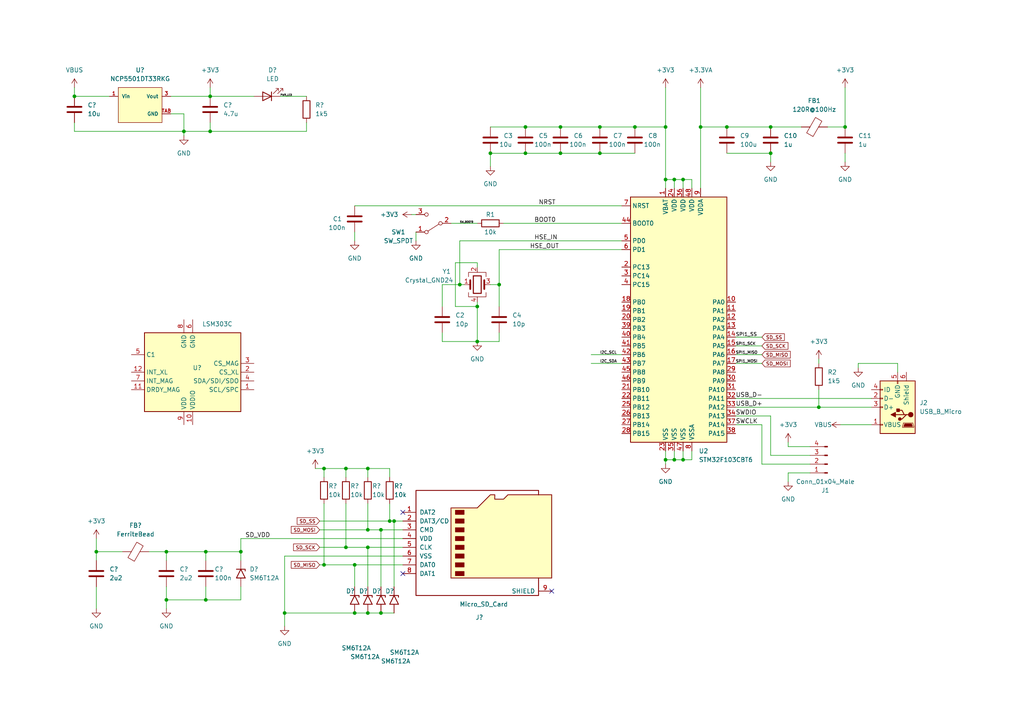
<source format=kicad_sch>
(kicad_sch (version 20211123) (generator eeschema)
  (paper "A4")
  (lib_symbols
    (symbol "3.3V_LDO_NCP5501DT33RKG:NCP5501DT33RKG" (pin_names (offset 1.016))
      (property "Reference" "U" (at 0 5.08 0))
      (property "Value" "NCP5501DT33RKG" (at 0 7.62 0))
      (symbol "NCP5501DT33RKG_1_1"
        (rectangle (start 5.08 2.54) (end 17.78 -7.62) (fill (type background)))
        (pin unspecified line (at 2.54 0 0) (length 2.54) (name "Vin") (number "1"))
        (pin unspecified line (at 20.32 0 180) (length 2.54) (name "Vout") (number "3"))
        (pin unspecified line (at 20.32 -5.08 180) (length 2.54) (name "GND") (number "TAB"))
      )
    )
    (symbol "Connector:Conn_01x04_Male" (pin_names (offset 1.016) hide)
      (property "Reference" "J" (at 0 5.08 0))
      (property "Value" "Conn_01x04_Male" (at 0 -7.62 0))
      (symbol "Conn_01x04_Male_1_1"
        (polyline (pts (xy 1.27 -5.08) (xy 0.8636 -5.08)) (stroke (width 0.1524)))
        (polyline (pts (xy 1.27 -2.54) (xy 0.8636 -2.54)) (stroke (width 0.1524)))
        (polyline (pts (xy 1.27 0) (xy 0.8636 0)) (stroke (width 0.1524)))
        (polyline (pts (xy 1.27 2.54) (xy 0.8636 2.54)) (stroke (width 0.1524)))
        (rectangle (start 0.8636 -4.953) (end 0 -5.207) (stroke (width 0.1524)) (fill (type outline)))
        (rectangle (start 0.8636 -2.413) (end 0 -2.667) (stroke (width 0.1524)) (fill (type outline)))
        (rectangle (start 0.8636 0.127) (end 0 -0.127) (stroke (width 0.1524)) (fill (type outline)))
        (rectangle (start 0.8636 2.667) (end 0 2.413) (stroke (width 0.1524)) (fill (type outline)))
        (pin passive line (at 5.08 2.54 180) (length 3.81) (name "Pin_1") (number "1"))
        (pin passive line (at 5.08 0 180) (length 3.81) (name "Pin_2") (number "2"))
        (pin passive line (at 5.08 -2.54 180) (length 3.81) (name "Pin_3") (number "3"))
        (pin passive line (at 5.08 -5.08 180) (length 3.81) (name "Pin_4") (number "4"))
      )
    )
    (symbol "Connector:Micro_SD_Card" (pin_names (offset 1.016))
      (property "Reference" "J" (at -16.51 15.24 0))
      (property "Value" "Micro_SD_Card" (at 16.51 15.24 0))
      (symbol "Micro_SD_Card_0_1"
        (rectangle (start -7.62 -9.525) (end -5.08 -10.795) (fill (type outline)))
        (rectangle (start -7.62 -6.985) (end -5.08 -8.255) (fill (type outline)))
        (rectangle (start -7.62 -4.445) (end -5.08 -5.715) (fill (type outline)))
        (rectangle (start -7.62 -1.905) (end -5.08 -3.175) (fill (type outline)))
        (rectangle (start -7.62 0.635) (end -5.08 -0.635) (fill (type outline)))
        (rectangle (start -7.62 3.175) (end -5.08 1.905) (fill (type outline)))
        (rectangle (start -7.62 5.715) (end -5.08 4.445) (fill (type outline)))
        (rectangle (start -7.62 8.255) (end -5.08 6.985) (fill (type outline)))
        (polyline (pts (xy 16.51 12.7) (xy 16.51 13.97) (xy -19.05 13.97) (xy -19.05 -16.51) (xy 16.51 -16.51) (xy 16.51 -11.43)) (stroke (width 0.254)))
        (polyline (pts (xy -8.89 -11.43) (xy -8.89 8.89) (xy -1.27 8.89) (xy 2.54 12.7) (xy 3.81 12.7) (xy 3.81 11.43) (xy 6.35 11.43) (xy 7.62 12.7) (xy 20.32 12.7) (xy 20.32 -11.43) (xy -8.89 -11.43)) (stroke (width 0.254)) (fill (type background)))
      )
      (symbol "Micro_SD_Card_1_1"
        (pin bidirectional line (at -22.86 7.62 0) (length 3.81) (name "DAT2") (number "1"))
        (pin bidirectional line (at -22.86 5.08 0) (length 3.81) (name "DAT3/CD") (number "2"))
        (pin input line (at -22.86 2.54 0) (length 3.81) (name "CMD") (number "3"))
        (pin power_in line (at -22.86 0 0) (length 3.81) (name "VDD") (number "4"))
        (pin input line (at -22.86 -2.54 0) (length 3.81) (name "CLK") (number "5"))
        (pin power_in line (at -22.86 -5.08 0) (length 3.81) (name "VSS") (number "6"))
        (pin bidirectional line (at -22.86 -7.62 0) (length 3.81) (name "DAT0") (number "7"))
        (pin bidirectional line (at -22.86 -10.16 0) (length 3.81) (name "DAT1") (number "8"))
        (pin passive line (at 20.32 -15.24 180) (length 3.81) (name "SHIELD") (number "9"))
      )
    )
    (symbol "Connector:USB_B_Micro" (pin_names (offset 1.016))
      (property "Reference" "J" (at -5.08 11.43 0))
      (property "Value" "USB_B_Micro" (at -5.08 8.89 0))
      (symbol "USB_B_Micro_0_1"
        (rectangle (start -5.08 -7.62) (end 5.08 7.62) (stroke (width 0.254)) (fill (type background)))
        (circle (center -3.81 2.159) (radius 0.635) (stroke (width 0.254)) (fill (type outline)))
        (circle (center -0.635 3.429) (radius 0.381) (stroke (width 0.254)) (fill (type outline)))
        (rectangle (start -0.127 -7.62) (end 0.127 -6.858))
        (polyline (pts (xy -1.905 2.159) (xy 0.635 2.159)) (stroke (width 0.254)))
        (polyline (pts (xy -3.175 2.159) (xy -2.54 2.159) (xy -1.27 3.429) (xy -0.635 3.429)) (stroke (width 0.254)))
        (polyline (pts (xy -2.54 2.159) (xy -1.905 2.159) (xy -1.27 0.889) (xy 0 0.889)) (stroke (width 0.254)))
        (polyline (pts (xy 0.635 2.794) (xy 0.635 1.524) (xy 1.905 2.159) (xy 0.635 2.794)) (stroke (width 0.254)) (fill (type outline)))
        (polyline (pts (xy -4.318 5.588) (xy -1.778 5.588) (xy -2.032 4.826) (xy -4.064 4.826) (xy -4.318 5.588)) (fill (type outline)))
        (polyline (pts (xy -4.699 5.842) (xy -4.699 5.588) (xy -4.445 4.826) (xy -4.445 4.572) (xy -1.651 4.572) (xy -1.651 4.826) (xy -1.397 5.588) (xy -1.397 5.842) (xy -4.699 5.842)))
        (rectangle (start 0.254 1.27) (end -0.508 0.508) (stroke (width 0.254)) (fill (type outline)))
        (rectangle (start 5.08 -5.207) (end 4.318 -4.953))
        (rectangle (start 5.08 -2.667) (end 4.318 -2.413))
        (rectangle (start 5.08 -0.127) (end 4.318 0.127))
        (rectangle (start 5.08 4.953) (end 4.318 5.207))
      )
      (symbol "USB_B_Micro_1_1"
        (pin power_out line (at 7.62 5.08 180) (length 2.54) (name "VBUS") (number "1"))
        (pin bidirectional line (at 7.62 -2.54 180) (length 2.54) (name "D-") (number "2"))
        (pin bidirectional line (at 7.62 0 180) (length 2.54) (name "D+") (number "3"))
        (pin passive line (at 7.62 -5.08 180) (length 2.54) (name "ID") (number "4"))
        (pin power_out line (at 0 -10.16 90) (length 2.54) (name "GND") (number "5"))
        (pin passive line (at -2.54 -10.16 90) (length 2.54) (name "Shield") (number "6"))
      )
    )
    (symbol "Device:C" (pin_numbers hide) (pin_names (offset 0.254))
      (property "Reference" "C" (at 0.635 2.54 0))
      (property "Value" "C" (at 0.635 -2.54 0))
      (symbol "C_0_1"
        (polyline (pts (xy -2.032 -0.762) (xy 2.032 -0.762)) (stroke (width 0.508)))
        (polyline (pts (xy -2.032 0.762) (xy 2.032 0.762)) (stroke (width 0.508)))
      )
      (symbol "C_1_1"
        (pin passive line (at 0 3.81 270) (length 2.794) (name "~") (number "1"))
        (pin passive line (at 0 -3.81 90) (length 2.794) (name "~") (number "2"))
      )
    )
    (symbol "Device:Crystal_GND24" (pin_names (offset 1.016) hide)
      (property "Reference" "Y" (at 3.175 5.08 0))
      (property "Value" "Crystal_GND24" (at 3.175 3.175 0))
      (symbol "Crystal_GND24_0_1"
        (rectangle (start -1.143 2.54) (end 1.143 -2.54) (stroke (width 0.3048)))
        (polyline (pts (xy -2.54 0) (xy -2.032 0)))
        (polyline (pts (xy -2.032 -1.27) (xy -2.032 1.27)) (stroke (width 0.508)))
        (polyline (pts (xy 0 -3.81) (xy 0 -3.556)))
        (polyline (pts (xy 0 3.556) (xy 0 3.81)))
        (polyline (pts (xy 2.032 -1.27) (xy 2.032 1.27)) (stroke (width 0.508)))
        (polyline (pts (xy 2.032 0) (xy 2.54 0)))
        (polyline (pts (xy -2.54 -2.286) (xy -2.54 -3.556) (xy 2.54 -3.556) (xy 2.54 -2.286)))
        (polyline (pts (xy -2.54 2.286) (xy -2.54 3.556) (xy 2.54 3.556) (xy 2.54 2.286)))
      )
      (symbol "Crystal_GND24_1_1"
        (pin passive line (at -3.81 0 0) (length 1.27) (name "1") (number "1"))
        (pin passive line (at 0 5.08 270) (length 1.27) (name "2") (number "2"))
        (pin passive line (at 3.81 0 180) (length 1.27) (name "3") (number "3"))
        (pin passive line (at 0 -5.08 90) (length 1.27) (name "4") (number "4"))
      )
    )
    (symbol "Device:FerriteBead" (pin_numbers hide) (pin_names (offset 0))
      (property "Reference" "FB" (at -3.81 0.635 90))
      (property "Value" "FerriteBead" (at 3.81 0 90))
      (symbol "FerriteBead_0_1"
        (polyline (pts (xy 0 -1.27) (xy 0 -1.2192)))
        (polyline (pts (xy 0 1.27) (xy 0 1.2954)))
        (polyline (pts (xy -2.7686 0.4064) (xy -1.7018 2.2606) (xy 2.7686 -0.3048) (xy 1.6764 -2.159) (xy -2.7686 0.4064)))
      )
      (symbol "FerriteBead_1_1"
        (pin passive line (at 0 3.81 270) (length 2.54) (name "~") (number "1"))
        (pin passive line (at 0 -3.81 90) (length 2.54) (name "~") (number "2"))
      )
    )
    (symbol "Device:LED" (pin_numbers hide) (pin_names (offset 1.016) hide)
      (property "Reference" "D" (at 0 2.54 0))
      (property "Value" "LED" (at 0 -2.54 0))
      (symbol "LED_0_1"
        (polyline (pts (xy -1.27 -1.27) (xy -1.27 1.27)) (stroke (width 0.254)))
        (polyline (pts (xy -1.27 0) (xy 1.27 0)))
        (polyline (pts (xy 1.27 -1.27) (xy 1.27 1.27) (xy -1.27 0) (xy 1.27 -1.27)) (stroke (width 0.254)))
        (polyline (pts (xy -3.048 -0.762) (xy -4.572 -2.286) (xy -3.81 -2.286) (xy -4.572 -2.286) (xy -4.572 -1.524)))
        (polyline (pts (xy -1.778 -0.762) (xy -3.302 -2.286) (xy -2.54 -2.286) (xy -3.302 -2.286) (xy -3.302 -1.524)))
      )
      (symbol "LED_1_1"
        (pin passive line (at -3.81 0 0) (length 2.54) (name "K") (number "1"))
        (pin passive line (at 3.81 0 180) (length 2.54) (name "A") (number "2"))
      )
    )
    (symbol "Device:R" (pin_numbers hide) (pin_names (offset 0))
      (property "Reference" "R" (at 2.032 0 90))
      (property "Value" "R" (at 0 0 90))
      (symbol "R_0_1"
        (rectangle (start -1.016 -2.54) (end 1.016 2.54) (stroke (width 0.254)))
      )
      (symbol "R_1_1"
        (pin passive line (at 0 3.81 270) (length 1.27) (name "~") (number "1"))
        (pin passive line (at 0 -3.81 90) (length 1.27) (name "~") (number "2"))
      )
    )
    (symbol "Diode:SM6T12A" (pin_numbers hide) (pin_names (offset 1.016) hide)
      (property "Reference" "D" (at 0 2.54 0))
      (property "Value" "SM6T12A" (at 0 -2.54 0))
      (symbol "SM6T12A_0_1"
        (polyline (pts (xy -0.762 1.27) (xy -1.27 1.27) (xy -1.27 -1.27)) (stroke (width 0.254)))
        (polyline (pts (xy 1.27 1.27) (xy 1.27 -1.27) (xy -1.27 0) (xy 1.27 1.27)) (stroke (width 0.254)))
      )
      (symbol "SM6T12A_1_1"
        (pin passive line (at -3.81 0 0) (length 2.54) (name "A1") (number "1"))
        (pin passive line (at 3.81 0 180) (length 2.54) (name "A2") (number "2"))
      )
    )
    (symbol "MCU_ST_STM32F1:STM32F103CBTx"
      (property "Reference" "U" (at -15.24 36.83 0))
      (property "Value" "STM32F103CBTx" (at 7.62 36.83 0))
      (symbol "STM32F103CBTx_0_1"
        (rectangle (start -15.24 -35.56) (end 12.7 35.56) (stroke (width 0.254)) (fill (type background)))
      )
      (symbol "STM32F103CBTx_1_1"
        (pin power_in line (at -5.08 38.1 270) (length 2.54) (name "VBAT") (number "1"))
        (pin bidirectional line (at 15.24 5.08 180) (length 2.54) (name "PA0") (number "10"))
        (pin bidirectional line (at 15.24 2.54 180) (length 2.54) (name "PA1") (number "11"))
        (pin bidirectional line (at 15.24 0 180) (length 2.54) (name "PA2") (number "12"))
        (pin bidirectional line (at 15.24 -2.54 180) (length 2.54) (name "PA3") (number "13"))
        (pin bidirectional line (at 15.24 -5.08 180) (length 2.54) (name "PA4") (number "14"))
        (pin bidirectional line (at 15.24 -7.62 180) (length 2.54) (name "PA5") (number "15"))
        (pin bidirectional line (at 15.24 -10.16 180) (length 2.54) (name "PA6") (number "16"))
        (pin bidirectional line (at 15.24 -12.7 180) (length 2.54) (name "PA7") (number "17"))
        (pin bidirectional line (at -17.78 5.08 0) (length 2.54) (name "PB0") (number "18"))
        (pin bidirectional line (at -17.78 2.54 0) (length 2.54) (name "PB1") (number "19"))
        (pin bidirectional line (at -17.78 15.24 0) (length 2.54) (name "PC13") (number "2"))
        (pin bidirectional line (at -17.78 0 0) (length 2.54) (name "PB2") (number "20"))
        (pin bidirectional line (at -17.78 -20.32 0) (length 2.54) (name "PB10") (number "21"))
        (pin bidirectional line (at -17.78 -22.86 0) (length 2.54) (name "PB11") (number "22"))
        (pin power_in line (at -5.08 -38.1 90) (length 2.54) (name "VSS") (number "23"))
        (pin power_in line (at -2.54 38.1 270) (length 2.54) (name "VDD") (number "24"))
        (pin bidirectional line (at -17.78 -25.4 0) (length 2.54) (name "PB12") (number "25"))
        (pin bidirectional line (at -17.78 -27.94 0) (length 2.54) (name "PB13") (number "26"))
        (pin bidirectional line (at -17.78 -30.48 0) (length 2.54) (name "PB14") (number "27"))
        (pin bidirectional line (at -17.78 -33.02 0) (length 2.54) (name "PB15") (number "28"))
        (pin bidirectional line (at 15.24 -15.24 180) (length 2.54) (name "PA8") (number "29"))
        (pin bidirectional line (at -17.78 12.7 0) (length 2.54) (name "PC14") (number "3"))
        (pin bidirectional line (at 15.24 -17.78 180) (length 2.54) (name "PA9") (number "30"))
        (pin bidirectional line (at 15.24 -20.32 180) (length 2.54) (name "PA10") (number "31"))
        (pin bidirectional line (at 15.24 -22.86 180) (length 2.54) (name "PA11") (number "32"))
        (pin bidirectional line (at 15.24 -25.4 180) (length 2.54) (name "PA12") (number "33"))
        (pin bidirectional line (at 15.24 -27.94 180) (length 2.54) (name "PA13") (number "34"))
        (pin power_in line (at -2.54 -38.1 90) (length 2.54) (name "VSS") (number "35"))
        (pin power_in line (at 0 38.1 270) (length 2.54) (name "VDD") (number "36"))
        (pin bidirectional line (at 15.24 -30.48 180) (length 2.54) (name "PA14") (number "37"))
        (pin bidirectional line (at 15.24 -33.02 180) (length 2.54) (name "PA15") (number "38"))
        (pin bidirectional line (at -17.78 -2.54 0) (length 2.54) (name "PB3") (number "39"))
        (pin bidirectional line (at -17.78 10.16 0) (length 2.54) (name "PC15") (number "4"))
        (pin bidirectional line (at -17.78 -5.08 0) (length 2.54) (name "PB4") (number "40"))
        (pin bidirectional line (at -17.78 -7.62 0) (length 2.54) (name "PB5") (number "41"))
        (pin bidirectional line (at -17.78 -10.16 0) (length 2.54) (name "PB6") (number "42"))
        (pin bidirectional line (at -17.78 -12.7 0) (length 2.54) (name "PB7") (number "43"))
        (pin input line (at -17.78 27.94 0) (length 2.54) (name "BOOT0") (number "44"))
        (pin bidirectional line (at -17.78 -15.24 0) (length 2.54) (name "PB8") (number "45"))
        (pin bidirectional line (at -17.78 -17.78 0) (length 2.54) (name "PB9") (number "46"))
        (pin power_in line (at 0 -38.1 90) (length 2.54) (name "VSS") (number "47"))
        (pin power_in line (at 2.54 38.1 270) (length 2.54) (name "VDD") (number "48"))
        (pin input line (at -17.78 22.86 0) (length 2.54) (name "PD0") (number "5"))
        (pin input line (at -17.78 20.32 0) (length 2.54) (name "PD1") (number "6"))
        (pin input line (at -17.78 33.02 0) (length 2.54) (name "NRST") (number "7"))
        (pin power_in line (at 2.54 -38.1 90) (length 2.54) (name "VSSA") (number "8"))
        (pin power_in line (at 5.08 38.1 270) (length 2.54) (name "VDDA") (number "9"))
      )
    )
    (symbol "Sensor_Motion:LSM303C"
      (property "Reference" "U" (at -11.43 15.24 0))
      (property "Value" "LSM303C" (at -5.08 13.97 0))
      (symbol "LSM303C_0_1"
        (rectangle (start 13.97 11.43) (end -13.97 -11.43) (stroke (width 0.254)) (fill (type background)))
      )
      (symbol "LSM303C_1_1"
        (pin output line (at -17.78 5.08 0) (length 3.81) (name "SCL/SPC") (number "1"))
        (pin power_in line (at 0 15.24 270) (length 3.81) (name "VDDIO") (number "10"))
        (pin output line (at 17.78 5.08 180) (length 3.81) (name "DRDY_MAG") (number "11"))
        (pin output line (at 17.78 0 180) (length 3.81) (name "INT_XL") (number "12"))
        (pin input line (at -17.78 0 0) (length 3.81) (name "CS_XL") (number "2"))
        (pin input line (at -17.78 -2.54 0) (length 3.81) (name "CS_MAG") (number "3"))
        (pin bidirectional line (at -17.78 2.54 0) (length 3.81) (name "SDA/SDI/SDO") (number "4"))
        (pin passive line (at 17.78 -5.08 180) (length 3.81) (name "C1") (number "5"))
        (pin power_in line (at 0 -15.24 90) (length 3.81) (name "GND") (number "6"))
        (pin output line (at 17.78 2.54 180) (length 3.81) (name "INT_MAG") (number "7"))
        (pin power_in line (at 2.54 -15.24 90) (length 3.81) (name "GND") (number "8"))
        (pin power_in line (at 2.54 15.24 270) (length 3.81) (name "VDD") (number "9"))
      )
    )
    (symbol "Switch:SW_SPDT" (pin_names (offset 0) hide)
      (property "Reference" "SW" (at 0 4.318 0))
      (property "Value" "SW_SPDT" (at 0 -5.08 0))
      (symbol "SW_SPDT_0_0"
        (circle (center -2.032 0) (radius 0.508))
        (circle (center 2.032 -2.54) (radius 0.508))
      )
      (symbol "SW_SPDT_0_1"
        (polyline (pts (xy -1.524 0.254) (xy 1.651 2.286)))
        (circle (center 2.032 2.54) (radius 0.508))
      )
      (symbol "SW_SPDT_1_1"
        (pin passive line (at 5.08 2.54 180) (length 2.54) (name "A") (number "1"))
        (pin passive line (at -5.08 0 0) (length 2.54) (name "B") (number "2"))
        (pin passive line (at 5.08 -2.54 180) (length 2.54) (name "C") (number "3"))
      )
    )
    (symbol "power:+3.3V" (power) (pin_names (offset 0))
      (property "Value" "+3.3V" (at 0 3.556 0))
      (symbol "+3.3V_0_1"
        (polyline (pts (xy -0.762 1.27) (xy 0 2.54)))
        (polyline (pts (xy 0 0) (xy 0 2.54)))
        (polyline (pts (xy 0 2.54) (xy 0.762 1.27)))
      )
      (symbol "+3.3V_1_1"
        (pin power_in line (at 0 0 90) (length 0) hide (name "+3V3") (number "1"))
      )
    )
    (symbol "power:+3.3VA" (power) (pin_names (offset 0))
      (property "Value" "+3.3VA" (at 0 3.556 0))
      (symbol "+3.3VA_0_1"
        (polyline (pts (xy -0.762 1.27) (xy 0 2.54)))
        (polyline (pts (xy 0 0) (xy 0 2.54)))
        (polyline (pts (xy 0 2.54) (xy 0.762 1.27)))
      )
      (symbol "+3.3VA_1_1"
        (pin power_in line (at 0 0 90) (length 0) hide (name "+3.3VA") (number "1"))
      )
    )
    (symbol "power:GND" (power) (pin_names (offset 0))
      (property "Value" "GND" (at 0 -3.81 0))
      (symbol "GND_0_1"
        (polyline (pts (xy 0 0) (xy 0 -1.27) (xy 1.27 -1.27) (xy 0 -2.54) (xy -1.27 -1.27) (xy 0 -1.27)))
      )
      (symbol "GND_1_1"
        (pin power_in line (at 0 0 270) (length 0) hide (name "GND") (number "1"))
      )
    )
    (symbol "power:VBUS" (power) (pin_names (offset 0))
      (property "Value" "VBUS" (at 0 3.81 0))
      (symbol "VBUS_0_1"
        (polyline (pts (xy -0.762 1.27) (xy 0 2.54)))
        (polyline (pts (xy 0 0) (xy 0 2.54)))
        (polyline (pts (xy 0 2.54) (xy 0.762 1.27)))
      )
      (symbol "VBUS_1_1"
        (pin power_in line (at 0 0 90) (length 0) hide (name "VBUS") (number "1"))
      )
    )
  )
  (junction (at 27.94 160.02))
  (junction (at 237.49 118.11))
  (junction (at 203.2 36.83))
  (junction (at 195.58 52.07))
  (junction (at 142.24 44.45))
  (junction (at 138.43 99.06))
  (junction (at 60.96 38.1))
  (junction (at 223.52 44.45))
  (junction (at 152.4 44.45))
  (junction (at 48.26 173.99))
  (junction (at 184.15 36.83))
  (junction (at 60.96 27.94))
  (junction (at 144.78 82.55))
  (junction (at 82.55 177.8))
  (junction (at 100.33 158.75))
  (junction (at 48.26 160.02))
  (junction (at 114.3 151.13))
  (junction (at 210.82 36.83))
  (junction (at 195.58 133.35))
  (junction (at 113.03 151.13))
  (junction (at 245.11 36.83))
  (junction (at 138.43 88.9))
  (junction (at 198.12 52.07))
  (junction (at 102.87 163.83))
  (junction (at 162.56 36.83))
  (junction (at 59.69 173.99))
  (junction (at 223.52 36.83))
  (junction (at 193.04 133.35))
  (junction (at 110.49 153.67))
  (junction (at 53.34 38.1))
  (junction (at 152.4 36.83))
  (junction (at 59.69 160.02))
  (junction (at 21.59 27.94))
  (junction (at 193.04 52.07))
  (junction (at 173.99 44.45))
  (junction (at 93.98 135.89))
  (junction (at 133.35 82.55))
  (junction (at 106.68 158.75))
  (junction (at 93.98 163.83))
  (junction (at 106.68 177.8))
  (junction (at 106.68 153.67))
  (junction (at 69.85 160.02))
  (junction (at 193.04 36.83))
  (junction (at 173.99 36.83))
  (junction (at 106.68 135.89))
  (junction (at 162.56 44.45))
  (junction (at 102.87 177.8))
  (junction (at 100.33 135.89))
  (junction (at 110.49 177.8))
  (junction (at 198.12 133.35))
  (no_connect (at 160.02 171.45))
  (no_connect (at 116.84 166.37))
  (no_connect (at 116.84 148.59))
  (wire (pts (xy 144.78 88.9) (xy 144.78 82.55)))
  (wire (pts (xy 138.43 88.9) (xy 138.43 87.63)))
  (wire (pts (xy 120.65 62.23) (xy 119.38 62.23)))
  (wire (pts (xy 69.85 160.02) (xy 69.85 156.21)))
  (wire (pts (xy 220.98 134.62) (xy 220.98 123.19)))
  (wire (pts (xy 21.59 35.56) (xy 21.59 38.1)))
  (wire (pts (xy 110.49 153.67) (xy 116.84 153.67)))
  (wire (pts (xy 162.56 36.83) (xy 173.99 36.83)))
  (wire (pts (xy 93.98 135.89) (xy 93.98 138.43)))
  (wire (pts (xy 184.15 36.83) (xy 193.04 36.83)))
  (wire (pts (xy 223.52 36.83) (xy 232.41 36.83)))
  (wire (pts (xy 173.99 44.45) (xy 184.15 44.45)))
  (wire (pts (xy 142.24 82.55) (xy 144.78 82.55)))
  (wire (pts (xy 113.03 151.13) (xy 114.3 151.13)))
  (wire (pts (xy 210.82 36.83) (xy 223.52 36.83)))
  (wire (pts (xy 213.36 100.33) (xy 220.98 100.33)))
  (wire (pts (xy 138.43 88.9) (xy 138.43 99.06)))
  (wire (pts (xy 102.87 163.83) (xy 116.84 163.83)))
  (wire (pts (xy 133.35 69.85) (xy 180.34 69.85)))
  (wire (pts (xy 173.99 36.83) (xy 184.15 36.83)))
  (wire (pts (xy 152.4 36.83) (xy 162.56 36.83)))
  (wire (pts (xy 81.28 27.94) (xy 88.9 27.94)))
  (wire (pts (xy 193.04 52.07) (xy 193.04 54.61)))
  (wire (pts (xy 88.9 38.1) (xy 60.96 38.1)))
  (wire (pts (xy 243.84 123.19) (xy 252.73 123.19)))
  (wire (pts (xy 228.6 139.7) (xy 228.6 137.16)))
  (wire (pts (xy 228.6 137.16) (xy 234.95 137.16)))
  (wire (pts (xy 43.18 160.02) (xy 48.26 160.02)))
  (wire (pts (xy 48.26 160.02) (xy 59.69 160.02)))
  (wire (pts (xy 198.12 130.81) (xy 198.12 133.35)))
  (wire (pts (xy 213.36 97.79) (xy 220.98 97.79)))
  (wire (pts (xy 59.69 160.02) (xy 59.69 162.56)))
  (wire (pts (xy 195.58 133.35) (xy 193.04 133.35)))
  (wire (pts (xy 92.71 163.83) (xy 93.98 163.83)))
  (wire (pts (xy 59.69 170.18) (xy 59.69 173.99)))
  (wire (pts (xy 234.95 134.62) (xy 220.98 134.62)))
  (wire (pts (xy 53.34 38.1) (xy 60.96 38.1)))
  (wire (pts (xy 106.68 170.18) (xy 106.68 158.75)))
  (wire (pts (xy 69.85 160.02) (xy 69.85 162.56)))
  (wire (pts (xy 128.27 99.06) (xy 138.43 99.06)))
  (wire (pts (xy 27.94 160.02) (xy 27.94 162.56)))
  (wire (pts (xy 59.69 160.02) (xy 69.85 160.02)))
  (wire (pts (xy 213.36 118.11) (xy 237.49 118.11)))
  (wire (pts (xy 69.85 173.99) (xy 59.69 173.99)))
  (wire (pts (xy 100.33 135.89) (xy 100.33 138.43)))
  (wire (pts (xy 152.4 44.45) (xy 162.56 44.45)))
  (wire (pts (xy 198.12 133.35) (xy 195.58 133.35)))
  (wire (pts (xy 128.27 99.06) (xy 128.27 96.52)))
  (wire (pts (xy 106.68 135.89) (xy 106.68 138.43)))
  (wire (pts (xy 120.65 67.31) (xy 120.65 69.85)))
  (wire (pts (xy 106.68 177.8) (xy 110.49 177.8)))
  (wire (pts (xy 132.08 76.2) (xy 132.08 88.9)))
  (wire (pts (xy 203.2 25.4) (xy 203.2 36.83)))
  (wire (pts (xy 213.36 105.41) (xy 220.98 105.41)))
  (wire (pts (xy 113.03 135.89) (xy 113.03 138.43)))
  (wire (pts (xy 200.66 133.35) (xy 198.12 133.35)))
  (wire (pts (xy 27.94 160.02) (xy 35.56 160.02)))
  (wire (pts (xy 240.03 36.83) (xy 245.11 36.83)))
  (wire (pts (xy 132.08 88.9) (xy 138.43 88.9)))
  (wire (pts (xy 49.53 33.02) (xy 53.34 33.02)))
  (wire (pts (xy 260.35 105.41) (xy 260.35 107.95)))
  (wire (pts (xy 27.94 170.18) (xy 27.94 176.53)))
  (wire (pts (xy 60.96 27.94) (xy 73.66 27.94)))
  (wire (pts (xy 200.66 130.81) (xy 200.66 133.35)))
  (wire (pts (xy 110.49 153.67) (xy 110.49 170.18)))
  (wire (pts (xy 59.69 173.99) (xy 48.26 173.99)))
  (wire (pts (xy 195.58 54.61) (xy 195.58 52.07)))
  (wire (pts (xy 223.52 132.08) (xy 223.52 120.65)))
  (wire (pts (xy 133.35 82.55) (xy 134.62 82.55)))
  (wire (pts (xy 92.71 158.75) (xy 100.33 158.75)))
  (wire (pts (xy 223.52 120.65) (xy 213.36 120.65)))
  (wire (pts (xy 27.94 156.21) (xy 27.94 160.02)))
  (wire (pts (xy 69.85 170.18) (xy 69.85 173.99)))
  (wire (pts (xy 138.43 77.47) (xy 138.43 76.2)))
  (wire (pts (xy 21.59 25.4) (xy 21.59 27.94)))
  (wire (pts (xy 21.59 27.94) (xy 31.75 27.94)))
  (wire (pts (xy 171.45 102.87) (xy 180.34 102.87)))
  (wire (pts (xy 128.27 82.55) (xy 128.27 88.9)))
  (wire (pts (xy 234.95 132.08) (xy 223.52 132.08)))
  (wire (pts (xy 49.53 27.94) (xy 60.96 27.94)))
  (wire (pts (xy 223.52 44.45) (xy 223.52 46.99)))
  (wire (pts (xy 92.71 151.13) (xy 113.03 151.13)))
  (wire (pts (xy 91.44 135.89) (xy 93.98 135.89)))
  (wire (pts (xy 142.24 36.83) (xy 152.4 36.83)))
  (wire (pts (xy 102.87 163.83) (xy 102.87 170.18)))
  (wire (pts (xy 60.96 38.1) (xy 60.96 35.56)))
  (wire (pts (xy 248.92 105.41) (xy 260.35 105.41)))
  (wire (pts (xy 102.87 177.8) (xy 106.68 177.8)))
  (wire (pts (xy 142.24 44.45) (xy 142.24 48.26)))
  (wire (pts (xy 237.49 104.14) (xy 237.49 105.41)))
  (wire (pts (xy 193.04 36.83) (xy 193.04 52.07)))
  (wire (pts (xy 82.55 161.29) (xy 82.55 177.8)))
  (wire (pts (xy 82.55 177.8) (xy 102.87 177.8)))
  (wire (pts (xy 130.81 64.77) (xy 138.43 64.77)))
  (wire (pts (xy 133.35 69.85) (xy 133.35 82.55)))
  (wire (pts (xy 193.04 133.35) (xy 193.04 134.62)))
  (wire (pts (xy 193.04 25.4) (xy 193.04 36.83)))
  (wire (pts (xy 220.98 123.19) (xy 213.36 123.19)))
  (wire (pts (xy 195.58 52.07) (xy 193.04 52.07)))
  (wire (pts (xy 53.34 38.1) (xy 53.34 39.37)))
  (wire (pts (xy 210.82 44.45) (xy 223.52 44.45)))
  (wire (pts (xy 237.49 113.03) (xy 237.49 118.11)))
  (wire (pts (xy 102.87 69.85) (xy 102.87 67.31)))
  (wire (pts (xy 114.3 151.13) (xy 114.3 170.18)))
  (wire (pts (xy 146.05 64.77) (xy 180.34 64.77)))
  (wire (pts (xy 60.96 25.4) (xy 60.96 27.94)))
  (wire (pts (xy 203.2 54.61) (xy 203.2 36.83)))
  (wire (pts (xy 100.33 146.05) (xy 100.33 158.75)))
  (wire (pts (xy 106.68 146.05) (xy 106.68 153.67)))
  (wire (pts (xy 245.11 25.4) (xy 245.11 36.83)))
  (wire (pts (xy 88.9 35.56) (xy 88.9 38.1)))
  (wire (pts (xy 198.12 54.61) (xy 198.12 52.07)))
  (wire (pts (xy 93.98 163.83) (xy 102.87 163.83)))
  (wire (pts (xy 162.56 44.45) (xy 173.99 44.45)))
  (wire (pts (xy 48.26 160.02) (xy 48.26 162.56)))
  (wire (pts (xy 171.45 105.41) (xy 180.34 105.41)))
  (wire (pts (xy 234.95 129.54) (xy 228.6 129.54)))
  (wire (pts (xy 138.43 99.06) (xy 144.78 99.06)))
  (wire (pts (xy 106.68 158.75) (xy 116.84 158.75)))
  (wire (pts (xy 213.36 102.87) (xy 220.98 102.87)))
  (wire (pts (xy 106.68 135.89) (xy 113.03 135.89)))
  (wire (pts (xy 69.85 156.21) (xy 116.84 156.21)))
  (wire (pts (xy 248.92 106.68) (xy 248.92 105.41)))
  (wire (pts (xy 82.55 161.29) (xy 116.84 161.29)))
  (wire (pts (xy 228.6 128.27) (xy 228.6 129.54)))
  (wire (pts (xy 82.55 177.8) (xy 82.55 181.61)))
  (wire (pts (xy 237.49 118.11) (xy 252.73 118.11)))
  (wire (pts (xy 200.66 54.61) (xy 200.66 52.07)))
  (wire (pts (xy 195.58 130.81) (xy 195.58 133.35)))
  (wire (pts (xy 100.33 158.75) (xy 106.68 158.75)))
  (wire (pts (xy 100.33 135.89) (xy 106.68 135.89)))
  (wire (pts (xy 144.78 72.39) (xy 180.34 72.39)))
  (wire (pts (xy 93.98 146.05) (xy 93.98 163.83)))
  (wire (pts (xy 48.26 173.99) (xy 48.26 176.53)))
  (wire (pts (xy 21.59 38.1) (xy 53.34 38.1)))
  (wire (pts (xy 113.03 146.05) (xy 113.03 151.13)))
  (wire (pts (xy 48.26 170.18) (xy 48.26 173.99)))
  (wire (pts (xy 133.35 82.55) (xy 128.27 82.55)))
  (wire (pts (xy 114.3 151.13) (xy 116.84 151.13)))
  (wire (pts (xy 203.2 36.83) (xy 210.82 36.83)))
  (wire (pts (xy 198.12 52.07) (xy 195.58 52.07)))
  (wire (pts (xy 110.49 177.8) (xy 114.3 177.8)))
  (wire (pts (xy 213.36 115.57) (xy 252.73 115.57)))
  (wire (pts (xy 142.24 44.45) (xy 152.4 44.45)))
  (wire (pts (xy 144.78 99.06) (xy 144.78 96.52)))
  (wire (pts (xy 245.11 44.45) (xy 245.11 46.99)))
  (wire (pts (xy 200.66 52.07) (xy 198.12 52.07)))
  (wire (pts (xy 53.34 33.02) (xy 53.34 38.1)))
  (wire (pts (xy 193.04 130.81) (xy 193.04 133.35)))
  (wire (pts (xy 93.98 135.89) (xy 100.33 135.89)))
  (wire (pts (xy 144.78 82.55) (xy 144.78 72.39)))
  (wire (pts (xy 102.87 59.69) (xy 180.34 59.69)))
  (wire (pts (xy 138.43 76.2) (xy 132.08 76.2)))
  (wire (pts (xy 92.71 153.67) (xy 106.68 153.67)))
  (wire (pts (xy 106.68 153.67) (xy 110.49 153.67)))
  (label "SWDIO" (at 213.36 120.65 0))
  (label "HSE_OUT" (at 153.67 72.39 0))
  (label "SWCLK" (at 213.36 123.19 0))
  (label "I2C_SCL" (at 173.99 102.87 0) (effects (font (size 0.8 0.8))))
  (label "SPI1_MOSI" (at 213.36 105.41 0) (effects (font (size 0.8 0.8))))
  (label "NRST" (at 156.21 59.69 0))
  (label "SPI1_SCK" (at 213.36 100.33 0) (effects (font (size 0.8 0.8))))
  (label "SD_VDD" (at 71.12 156.21 0))
  (label "PWR_LED" (at 81.28 27.94 0) (effects (font (size 0.5 0.5))))
  (label "I2C_SDA" (at 173.99 105.41 0) (effects (font (size 0.8 0.8))))
  (label "SPI1_SS" (at 213.36 97.79 0) (effects (font (size 1 1))))
  (label "BOOT0" (at 154.94 64.77 0))
  (label "USB_D+" (at 213.36 118.11 0))
  (label "HSE_IN" (at 154.94 69.85 0))
  (label "USB_D-" (at 213.36 115.57 0))
  (label "SW_BOOT0" (at 133.35 64.77 0) (effects (font (size 0.5 0.5))))
  (label "SPI1_MISO" (at 213.36 102.87 0) (effects (font (size 0.8 0.8))))
  (global_label "SD_MOSI" (shape input) (at 92.71 153.67 180) (effects (font (size 1 1))) (property "Intersheet References" "${INTERSHEET_REFS}" (effects hide)))
  (global_label "SD_MISO" (shape input) (at 220.98 102.87 0) (effects (font (size 1 1))) (property "Intersheet References" "${INTERSHEET_REFS}" (effects hide)))
  (global_label "SD_SCK" (shape input) (at 220.98 100.33 0) (effects (font (size 1 1))) (property "Intersheet References" "${INTERSHEET_REFS}" (effects hide)))
  (global_label "SD_MOSI" (shape input) (at 220.98 105.41 0) (effects (font (size 1 1))) (property "Intersheet References" "${INTERSHEET_REFS}" (effects hide)))
  (global_label "SD_SCK" (shape input) (at 92.71 158.75 180) (effects (font (size 1 1))) (property "Intersheet References" "${INTERSHEET_REFS}" (effects hide)))
  (global_label "SD_SS" (shape input) (at 92.71 151.13 180) (effects (font (size 1 1))) (property "Intersheet References" "${INTERSHEET_REFS}" (effects hide)))
  (global_label "SD_MISO" (shape input) (at 92.71 163.83 180) (effects (font (size 1 1))) (property "Intersheet References" "${INTERSHEET_REFS}" (effects hide)))
  (global_label "SD_SS" (shape input) (at 220.98 97.79 0) (effects (font (size 1 1))) (property "Intersheet References" "${INTERSHEET_REFS}" (effects hide)))
  (symbol (lib_id "power:+3.3V") (at 228.6 128.27 0) (unit 1)
    (property "Reference" "#PWR0108" (effects hide))
    (property "Value" "+3.3V" (at 228.6 123.19 0))
  )
  (symbol (lib_id "power:GND") (at 48.26 176.53 0) (unit 1)
    (property "Reference" "#PWR?" (effects hide))
    (property "Value" "GND" (at 48.26 181.61 0))
  )
  (symbol (lib_id "power:+3.3V") (at 245.11 25.4 0) (unit 1)
    (property "Reference" "#PWR0105" (effects hide))
    (property "Value" "+3.3V" (at 245.11 20.32 0))
  )
  (symbol (lib_id "MCU_ST_STM32F1:STM32F103CBTx") (at 198.12 92.71 0) (unit 1)
    (property "Reference" "U2" (at 202.6794 130.81 0) (effects (justify left)))
    (property "Value" "STM32F103CBT6" (at 202.6794 133.35 0) (effects (justify left)))
    (property "Footprint" "Package_QFP:LQFP-48_7x7mm_P0.5mm" (effects hide))
    (property "Datasheet" "http://www.st.com/st-web-ui/static/active/en/resource/technical/document/datasheet/CD00161566.pdf" (effects hide))
  )
  (symbol (lib_id "Device:R") (at 106.68 142.24 0) (unit 1)
    (property "Reference" "R?" (at 107.95 140.97 0) (effects (justify left)))
    (property "Value" "10k" (at 107.95 143.51 0) (effects (justify left)))
  )
  (symbol (lib_id "power:GND") (at 82.55 181.61 0) (unit 1)
    (property "Reference" "#PWR?" (effects hide))
    (property "Value" "GND" (at 82.55 186.69 0))
  )
  (symbol (lib_id "Device:C") (at 59.69 166.37 0) (unit 1)
    (property "Reference" "C?" (at 62.23 165.1 0) (effects (justify left)))
    (property "Value" "100n" (at 62.23 167.64 0) (effects (justify left)))
  )
  (symbol (lib_id "Switch:SW_SPDT") (at 125.73 64.77 180) (unit 1)
    (property "Reference" "SW1" (at 115.57 67.31 0))
    (property "Value" "SW_SPDT" (at 115.57 69.85 0))
  )
  (symbol (lib_id "Device:C") (at 60.96 31.75 0) (unit 1)
    (property "Reference" "C?" (at 64.77 30.4799 0) (effects (justify left)))
    (property "Value" "4.7u" (at 64.77 33.0199 0) (effects (justify left)))
  )
  (symbol (lib_id "Device:C") (at 128.27 92.71 0) (unit 1)
    (property "Reference" "C2" (at 132.08 91.4399 0) (effects (justify left)))
    (property "Value" "10p" (at 132.08 93.9799 0) (effects (justify left)))
  )
  (symbol (lib_id "power:+3.3VA") (at 203.2 25.4 0) (unit 1)
    (property "Reference" "#PWR0104" (effects hide))
    (property "Value" "+3.3VA" (at 203.2 20.32 0))
  )
  (symbol (lib_id "power:+3.3V") (at 91.44 135.89 0) (unit 1)
    (property "Reference" "#PWR?" (effects hide))
    (property "Value" "+3.3V" (at 91.44 130.81 0))
  )
  (symbol (lib_id "power:GND") (at 223.52 46.99 0) (unit 1)
    (property "Reference" "#PWR0102" (effects hide))
    (property "Value" "GND" (at 223.52 52.07 0))
  )
  (symbol (lib_id "power:VBUS") (at 243.84 123.19 90) (unit 1)
    (property "Reference" "#PWR0110" (effects hide))
    (property "Value" "VBUS" (at 238.76 123.19 90))
  )
  (symbol (lib_id "Device:C") (at 152.4 40.64 0) (unit 1)
    (property "Reference" "C5" (at 156.21 39.3699 0) (effects (justify left)))
    (property "Value" "100n" (at 154.94 41.91 0) (effects (justify left)))
  )
  (symbol (lib_id "Device:C") (at 245.11 40.64 0) (unit 1)
    (property "Reference" "C11" (at 248.92 39.3699 0) (effects (justify left)))
    (property "Value" "1u" (at 248.92 41.9099 0) (effects (justify left)))
  )
  (symbol (lib_id "power:GND") (at 245.11 46.99 0) (unit 1)
    (property "Reference" "#PWR0106" (effects hide))
    (property "Value" "GND" (at 245.11 52.07 0))
  )
  (symbol (lib_id "Device:C") (at 21.59 31.75 0) (unit 1)
    (property "Reference" "C?" (at 25.4 30.4799 0) (effects (justify left)))
    (property "Value" "10u" (at 25.4 33.0199 0) (effects (justify left)))
  )
  (symbol (lib_id "power:GND") (at 138.43 99.06 0) (unit 1)
    (property "Reference" "#PWR0101" (effects hide))
    (property "Value" "GND" (at 138.43 104.14 0))
  )
  (symbol (lib_id "power:GND") (at 248.92 106.68 0) (unit 1)
    (property "Reference" "#PWR0111" (effects hide))
    (property "Value" "GND" (at 248.92 111.76 0))
  )
  (symbol (lib_id "Diode:SM6T12A") (at 110.49 173.99 270) (unit 1)
    (property "Reference" "D?" (at 107.95 171.45 90) (effects (justify left)))
    (property "Value" "SM6T12A" (at 110.49 191.77 90) (effects (justify left)))
    (property "Footprint" "Diode_SMD:D_SMB" (effects hide))
    (property "Datasheet" "https://www.st.com/resource/en/datasheet/sm6t.pdf" (effects hide))
  )
  (symbol (lib_id "Device:C") (at 184.15 40.64 0) (unit 1)
    (property "Reference" "C8" (at 187.96 39.3699 0) (effects (justify left)))
    (property "Value" "100n" (at 186.69 41.91 0) (effects (justify left)))
  )
  (symbol (lib_id "Device:R") (at 113.03 142.24 0) (unit 1)
    (property "Reference" "R?" (at 114.3 140.97 0) (effects (justify left)))
    (property "Value" "10k" (at 114.3 143.51 0) (effects (justify left)))
  )
  (symbol (lib_id "Device:C") (at 223.52 40.64 0) (unit 1)
    (property "Reference" "C10" (at 227.33 39.3699 0) (effects (justify left)))
    (property "Value" "1u" (at 227.33 41.9099 0) (effects (justify left)))
  )
  (symbol (lib_id "Device:FerriteBead") (at 236.22 36.83 90) (unit 1)
    (property "Reference" "FB1" (at 236.1692 29.21 90))
    (property "Value" "120R@100Hz" (at 236.1692 31.75 90))
  )
  (symbol (lib_id "power:+3.3V") (at 193.04 25.4 0) (unit 1)
    (property "Reference" "#PWR0103" (effects hide))
    (property "Value" "+3.3V" (at 193.04 20.32 0))
  )
  (symbol (lib_id "Diode:SM6T12A") (at 102.87 173.99 270) (unit 1)
    (property "Reference" "D?" (at 100.33 171.45 90) (effects (justify left)))
    (property "Value" "SM6T12A" (at 99.06 187.96 90) (effects (justify left)))
    (property "Footprint" "Diode_SMD:D_SMB" (effects hide))
    (property "Datasheet" "https://www.st.com/resource/en/datasheet/sm6t.pdf" (effects hide))
  )
  (symbol (lib_id "power:GND") (at 27.94 176.53 0) (unit 1)
    (property "Reference" "#PWR?" (effects hide))
    (property "Value" "GND" (at 27.94 181.61 0))
  )
  (symbol (lib_id "Device:R") (at 142.24 64.77 90) (unit 1)
    (property "Reference" "R1" (at 142.24 62.23 90))
    (property "Value" "10k" (at 142.24 67.31 90))
  )
  (symbol (lib_id "power:GND") (at 228.6 139.7 0) (unit 1)
    (property "Reference" "#PWR0107" (effects hide))
    (property "Value" "GND" (at 228.6 144.78 0))
  )
  (symbol (lib_id "Device:C") (at 102.87 63.5 0) (unit 1)
    (property "Reference" "C1" (at 96.52 63.5 0) (effects (justify left)))
    (property "Value" "100n" (at 95.25 66.04 0) (effects (justify left)))
  )
  (symbol (lib_id "Device:C") (at 48.26 166.37 0) (unit 1)
    (property "Reference" "C?" (at 52.07 165.0999 0) (effects (justify left)))
    (property "Value" "2u2" (at 52.07 167.6399 0) (effects (justify left)))
  )
  (symbol (lib_id "Diode:SM6T12A") (at 114.3 173.99 270) (unit 1)
    (property "Reference" "D?" (at 111.76 171.45 90) (effects (justify left)))
    (property "Value" "SM6T12A" (at 113.03 189.23 90) (effects (justify left)))
    (property "Footprint" "Diode_SMD:D_SMB" (effects hide))
    (property "Datasheet" "https://www.st.com/resource/en/datasheet/sm6t.pdf" (effects hide))
  )
  (symbol (lib_id "Connector:USB_B_Micro") (at 260.35 118.11 180) (unit 1)
    (property "Reference" "J2" (at 266.7 116.8399 0) (effects (justify right)))
    (property "Value" "USB_B_Micro" (at 266.7 119.3799 0) (effects (justify right)))
  )
  (symbol (lib_id "Diode:SM6T12A") (at 69.85 166.37 270) (unit 1)
    (property "Reference" "D?" (at 72.39 165.0999 90) (effects (justify left)))
    (property "Value" "SM6T12A" (at 72.39 167.6399 90) (effects (justify left)))
    (property "Footprint" "Diode_SMD:D_SMB" (effects hide))
    (property "Datasheet" "https://www.st.com/resource/en/datasheet/sm6t.pdf" (effects hide))
  )
  (symbol (lib_id "Device:C") (at 162.56 40.64 0) (unit 1)
    (property "Reference" "C6" (at 166.37 39.3699 0) (effects (justify left)))
    (property "Value" "100n" (at 165.1 41.91 0) (effects (justify left)))
  )
  (symbol (lib_id "Device:C") (at 144.78 92.71 0) (unit 1)
    (property "Reference" "C4" (at 148.59 91.4399 0) (effects (justify left)))
    (property "Value" "10p" (at 148.59 93.9799 0) (effects (justify left)))
  )
  (symbol (lib_id "Device:R") (at 100.33 142.24 0) (unit 1)
    (property "Reference" "R?" (at 101.6 140.97 0) (effects (justify left)))
    (property "Value" "10k" (at 101.6 143.51 0) (effects (justify left)))
  )
  (symbol (lib_id "power:GND") (at 102.87 69.85 0) (unit 1)
    (property "Reference" "#PWR0113" (effects hide))
    (property "Value" "GND" (at 102.87 74.93 0))
  )
  (symbol (lib_id "power:GND") (at 53.34 39.37 0) (unit 1)
    (property "Reference" "#PWR?" (effects hide))
    (property "Value" "GND" (at 53.34 44.45 0))
  )
  (symbol (lib_id "power:+3.3V") (at 119.38 62.23 90) (unit 1)
    (property "Reference" "#PWR0114" (effects hide))
    (property "Value" "+3.3V" (at 115.57 62.23 90) (effects (justify left)))
  )
  (symbol (lib_id "3.3V_LDO_NCP5501DT33RKG:NCP5501DT33RKG") (at 29.21 27.94 0) (unit 1)
    (property "Reference" "U?" (at 40.64 20.32 0))
    (property "Value" "NCP5501DT33RKG" (at 40.64 22.86 0))
    (property "Footprint" "eec:ON_Semi-CASE_369C-0-0-0" (effects hide))
    (property "Datasheet" "http://www.onsemi.com/pub_link/Collateral/NCP5500-D.PDF" (effects hide))
    (property "Current - Output" "500mA" (effects hide))
    (property "Voltage - Output" "3.3V" (effects hide))
    (property "category" "IC" (effects hide))
    (property "digikey description" "IC REG LDO 3.3V 0.5A DPAK" (effects hide))
    (property "digikey part number" "NCP5501DT33RKGOSCT-ND" (effects hide))
    (property "forked from" "a70bb383cb504c47" (effects hide))
    (property "lead free" "yes" (effects hide))
    (property "library id" "4d8256b180cae43a" (effects hide))
    (property "manufacturer" "ON Semi" (effects hide))
    (property "mouser part number" "863-NCP5501DT33RKG" (effects hide))
    (property "num pins" "3" (effects hide))
    (property "package" "DPAK3" (effects hide))
    (property "rohs" "yes" (effects hide))
    (property "temperature range high" "+85°C" (effects hide))
    (property "temperature range low" "-40°C" (effects hide))
  )
  (symbol (lib_id "Connector:Micro_SD_Card") (at 139.7 156.21 0) (unit 1)
    (property "Reference" "J?" (at 139.065 179.07 0))
    (property "Value" "Micro_SD_Card" (at 140.335 175.26 0))
    (property "Datasheet" "http://katalog.we-online.de/em/datasheet/693072010801.pdf" (effects hide))
  )
  (symbol (lib_id "Device:C") (at 142.24 40.64 0) (unit 1)
    (property "Reference" "C3" (at 146.05 39.3699 0) (effects (justify left)))
    (property "Value" "10u" (at 144.78 41.91 0) (effects (justify left)))
  )
  (symbol (lib_id "power:+3.3V") (at 60.96 25.4 0) (unit 1)
    (property "Reference" "#PWR?" (effects hide))
    (property "Value" "+3.3V" (at 60.96 20.32 0))
  )
  (symbol (lib_id "power:GND") (at 120.65 69.85 0) (unit 1)
    (property "Reference" "#PWR0115" (effects hide))
    (property "Value" "GND" (at 120.65 74.93 0))
  )
  (symbol (lib_id "Device:FerriteBead") (at 39.37 160.02 90) (unit 1)
    (property "Reference" "FB?" (at 39.3192 152.4 90))
    (property "Value" "FerriteBead" (at 39.3192 154.94 90))
  )
  (symbol (lib_id "Device:LED") (at 77.47 27.94 180) (unit 1)
    (property "Reference" "D?" (at 79.0575 20.32 0))
    (property "Value" "LED" (at 79.0575 22.86 0))
  )
  (symbol (lib_id "power:+3.3V") (at 27.94 156.21 0) (unit 1)
    (property "Reference" "#PWR?" (effects hide))
    (property "Value" "+3.3V" (at 27.94 151.13 0))
  )
  (symbol (lib_id "Device:C") (at 173.99 40.64 0) (unit 1)
    (property "Reference" "C7" (at 177.8 39.3699 0) (effects (justify left)))
    (property "Value" "100n" (at 176.53 41.91 0) (effects (justify left)))
  )
  (symbol (lib_id "Device:R") (at 88.9 31.75 180) (unit 1)
    (property "Reference" "R?" (at 91.44 30.4799 0) (effects (justify right)))
    (property "Value" "1k5" (at 91.44 33.0199 0) (effects (justify right)))
  )
  (symbol (lib_id "power:GND") (at 193.04 134.62 0) (unit 1)
    (property "Reference" "#PWR0109" (effects hide))
    (property "Value" "GND" (at 193.04 139.7 0))
  )
  (symbol (lib_id "Device:Crystal_GND24") (at 138.43 82.55 0) (unit 1)
    (property "Reference" "Y1" (at 129.54 78.74 0))
    (property "Value" "Crystal_GND24" (at 124.46 81.28 0))
  )
  (symbol (lib_id "Device:C") (at 27.94 166.37 0) (unit 1)
    (property "Reference" "C?" (at 31.75 165.0999 0) (effects (justify left)))
    (property "Value" "2u2" (at 31.75 167.6399 0) (effects (justify left)))
  )
  (symbol (lib_id "Diode:SM6T12A") (at 106.68 173.99 270) (unit 1)
    (property "Reference" "D?" (at 104.14 171.45 90) (effects (justify left)))
    (property "Value" "SM6T12A" (at 101.6 190.5 90) (effects (justify left)))
    (property "Footprint" "Diode_SMD:D_SMB" (effects hide))
    (property "Datasheet" "https://www.st.com/resource/en/datasheet/sm6t.pdf" (effects hide))
  )
  (symbol (lib_id "Device:R") (at 237.49 109.22 0) (unit 1)
    (property "Reference" "R2" (at 240.03 107.9499 0) (effects (justify left)))
    (property "Value" "1k5" (at 240.03 110.4899 0) (effects (justify left)))
  )
  (symbol (lib_id "Device:C") (at 210.82 40.64 0) (unit 1)
    (property "Reference" "C9" (at 214.63 39.3699 0) (effects (justify left)))
    (property "Value" "100u" (at 214.63 41.9099 0) (effects (justify left)))
  )
  (symbol (lib_id "Sensor_Motion:LSM303C") (at 55.88 107.95 180) (unit 1)
    (property "Reference" "U?" (at 55.88 106.68 0) (effects (justify right)))
    (property "Value" "LSM303C" (at 58.6487 93.98 0) (effects (justify right)))
    (property "Datasheet" "www.st.com/resource/en/datasheet/lsm303c.pdf" (effects hide))
  )
  (symbol (lib_id "power:+3.3V") (at 237.49 104.14 0) (unit 1)
    (property "Reference" "#PWR0112" (effects hide))
    (property "Value" "+3.3V" (at 237.49 99.06 0))
  )
  (symbol (lib_id "Connector:Conn_01x04_Male") (at 240.03 134.62 180) (unit 1)
    (property "Reference" "J1" (at 239.395 142.24 0))
    (property "Value" "Conn_01x04_Male" (at 239.395 139.7 0))
  )
  (symbol (lib_id "power:GND") (at 142.24 48.26 0) (unit 1)
    (property "Reference" "#PWR0116" (effects hide))
    (property "Value" "GND" (at 142.24 53.34 0))
  )
  (symbol (lib_id "Device:R") (at 93.98 142.24 0) (unit 1)
    (property "Reference" "R?" (at 95.25 140.97 0) (effects (justify left)))
    (property "Value" "10k" (at 95.25 143.5099 0) (effects (justify left)))
  )
  (symbol (lib_id "power:VBUS") (at 21.59 25.4 0) (unit 1)
    (property "Reference" "#PWR?" (effects hide))
    (property "Value" "VBUS" (at 21.59 20.32 0))
  )
)
</source>
